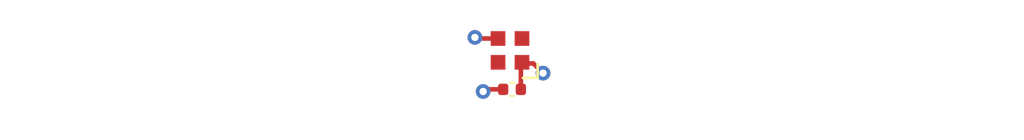
<source format=kicad_pcb>
(kicad_pcb (version 20240108) (generator "pcbnew") (generator_version "8.0")
  (layers (0 "F.Cu" signal) (31 "B.Cu" signal) (34 "B.Paste" user) (35 "F.Paste" user) (36 "B.SilkS" user "B.Silkscreen") (37 "F.SilkS" user "F.Silkscreen") (38 "B.Mask" user) (39 "F.Mask" user) (44 "Edge.Cuts" user))
  (net 0 "")
  (net 1 "io")
  (net 2 "vcc")
  (net 3 "io-1")
  (net 4 "gnd")
  (footprint "lib:LED-SMD_4P-L2.0-W2.0-BR" (layer "F.Cu") (at 163.895 83.935)
    (property "Reference" "U1" (hide yes))
    (property "Value" "")
    (fp_line (start 0.7 1.5) (end 1.5 1.5) (stroke (width 0.15)) (layer "F.SilkS"))
    (fp_line (start 1.5 1.5) (end 1.5 0.75) (stroke (width 0.15)) (layer "F.SilkS"))
    (pad "1" smd rect (at 0.65 0.65) (size 0.8 0.8) (layers "F.Cu" "F.Paste" "F.Mask") (net 2 "vcc"))
    (pad "2" smd rect (at 0.65 -0.65) (size 0.8 0.8) (layers "F.Cu" "F.Paste" "F.Mask") (net 1 "io"))
    (pad "3" smd rect (at -0.65 -0.65) (size 0.8 0.8) (layers "F.Cu" "F.Paste" "F.Mask") (net 4 "gnd"))
    (pad "4" smd rect (at -0.65 0.65) (size 0.8 0.8) (layers "F.Cu" "F.Paste" "F.Mask") (net 3 "io-1"))
  )
  (footprint "lib:C0402" (layer "F.Cu") (at 164.003037 86.061142 180)
    (property "Reference" "C1" (hide yes))
    (property "Value" "Multilayer Ceramic Capacitors MLCC - SMD/SMT 100nF 10V 0402 RoHS")
    (fp_line (start -0.107836 0.36) (end 0.107836 0.36) (stroke (width 0.12)) (layer "F.SilkS"))
    (fp_line (start -0.107836 -0.36) (end 0.107836 -0.36) (stroke (width 0.12)) (layer "F.SilkS"))
    (pad "1" smd roundrect (at -0.48 0 180) (size 0.56 0.62) (layers "F.Cu" "F.Paste" "F.Mask") (net 2 "vcc"))
    (pad "2" smd roundrect (at 0.48 0 180) (size 0.56 0.62) (layers "F.Cu" "F.Paste" "F.Mask") (net 4 "gnd"))
  )
  (segment (start 165.159428 84.646963) (end 164.483037 84.646963) (width 0.25) (layer "F.Cu") (net 2))
  (segment (start 164.483037 86.061142) (end 164.483037 84.646963) (width 0.25) (layer "F.Cu") (net 2))
  (segment (start 165.68854 85.176075) (end 165.159428 84.646963) (width 0.25) (layer "F.Cu") (net 2))
  (segment (start 164.483037 84.646963) (end 164.545 84.585) (width 0.25) (layer "F.Cu") (net 2))
  (via (at 165.68854 85.176075) (size 0.8) (drill 0.4) (layers "F.Cu" "B.Cu") (net 2))
  (segment (start 163.245 83.285) (end 162.044317 83.285) (width 0.25) (layer "F.Cu") (net 4))
  (segment (start 162.044317 83.285) (end 161.985461 83.226144) (width 0.25) (layer "F.Cu") (net 4))
  (segment (start 162.549425 86.061142) (end 162.432693 86.177874) (width 0.25) (layer "F.Cu") (net 4))
  (segment (start 163.523037 86.061142) (end 162.549425 86.061142) (width 0.25) (layer "F.Cu") (net 4))
  (via (at 162.432693 86.177874) (size 0.8) (drill 0.4) (layers "F.Cu" "B.Cu") (net 4))
  (via (at 161.985461 83.226144) (size 0.8) (drill 0.4) (layers "F.Cu" "B.Cu") (net 4))
)
</source>
